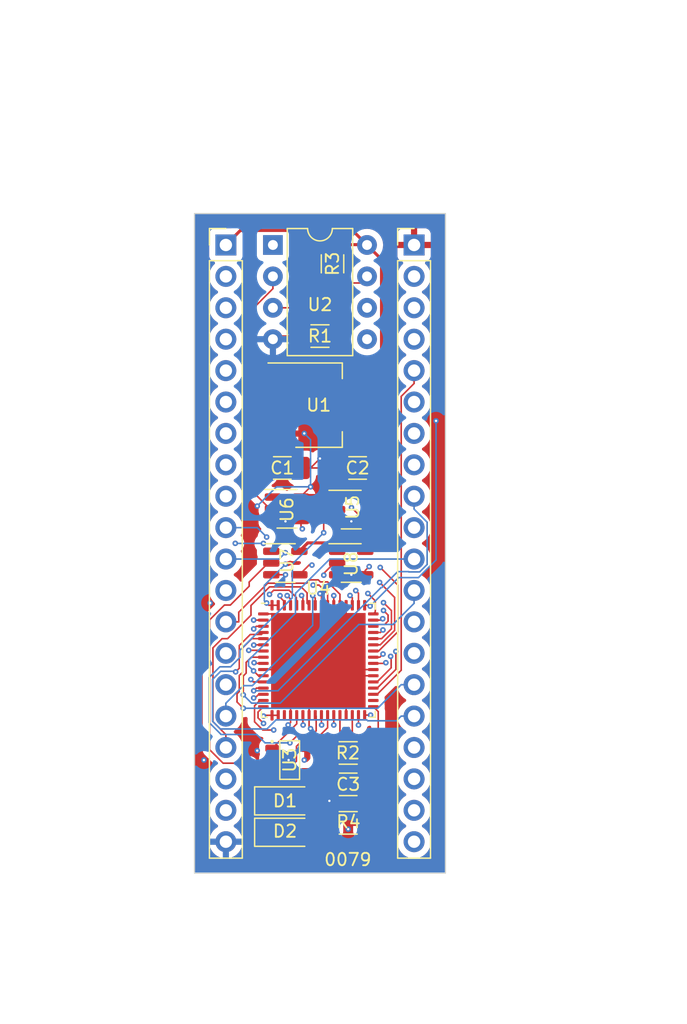
<source format=kicad_pcb>
(kicad_pcb (version 20221018) (generator pcbnew)
  (layers (0 "F.Cu" signal) (1 "In1.Cu" signal) (2 "In2.Cu" signal) (31 "B.Cu" signal) (34 "B.Paste" user) (35 "F.Paste" user) (36 "B.SilkS" user "B.Silkscreen") (37 "F.SilkS" user "F.Silkscreen") (38 "B.Mask" user) (39 "F.Mask" user) (44 "Edge.Cuts" user))
  (net 0 "")
  (net 1 "+5V")
  (net 2 "GND")
  (net 3 "+3V3")
  (net 4 "Net-(D1-K)")
  (net 5 "Net-(D1-A)")
  (net 6 "Net-(D2-K)")
  (net 7 "IO5")
  (net 8 "IO6")
  (net 9 "IO7")
  (net 10 "IO8")
  (net 11 "IO9")
  (net 12 "IO10")
  (net 13 "IO11")
  (net 14 "IO12")
  (net 15 "IO13")
  (net 16 "IO14")
  (net 17 "IO15")
  (net 18 "IO16")
  (net 19 "IO17")
  (net 20 "IO18")
  (net 21 "IO19")
  (net 22 "IO20")
  (net 23 "IO21")
  (net 24 "IO22")
  (net 25 "~{RSTD}")
  (net 26 "IO1")
  (net 27 "xclk")
  (net 28 "IO4")
  (net 29 "IO37")
  (net 30 "IO36")
  (net 31 "IO35")
  (net 32 "IO34")
  (net 33 "IO33")
  (net 34 "IO32")
  (net 35 "IO31")
  (net 36 "IO30")
  (net 37 "IO29")
  (net 38 "IO28")
  (net 39 "IO27")
  (net 40 "IO26")
  (net 41 "IO25")
  (net 42 "IO24")
  (net 43 "IO23")
  (net 44 "Net-(U2-~{WP}(D2))")
  (net 45 "Net-(U3-~{MR})")
  (net 46 "Net-(U2-~{HOLD}(D3))")
  (net 47 "FLASH_CSB")
  (net 48 "FLASH_SDO")
  (net 49 "FLASH_SDI")
  (net 50 "FLASH_CLK")
  (net 51 "~{POR}")
  (net 54 "Net-(U4-flash_csb)")
  (net 55 "Net-(U4-flash_clk)")
  (net 56 "Net-(U4-flash_io0)")
  (net 57 "Net-(U4-flash_io1)")
  (footprint "Package_DFN_QFN:QFN-64-1EP_9x9mm_P0.5mm_EP7.65x7.65mm" (layer "F.Cu") (at 128.646 105.47)
    (fp_text reference "U4")
    (fp_text value "Caravel" hide)
  )
  (footprint "Package_TO_SOT_SMD:SOT-23-5" (layer "F.Cu") (at 125.973 97.602)
    (fp_text reference "U7")
    (fp_text value "SN74LV1T34DCK" hide)
  )
  (footprint "Package_TO_SOT_SMD:SOT-23-5" (layer "F.Cu") (at 131.307 93.284)
    (fp_text reference "U5")
    (fp_text value "SN74LV1T34DCK" hide)
  )
  (footprint "Resistor_SMD:R_1206_3216Metric_Pad1.30x1.75mm_HandSolder" (layer "F.Cu") (at 128.778 79.248)
    (fp_text reference "R1")
    (fp_text value "1K" hide)
  )
  (footprint "Connector_PinHeader_2.54mm:PinHeader_1x20_P2.54mm_Vertical" (layer "F.Cu") (at 136.398 71.882)
    (fp_text reference "J2" hide)
    (fp_text value "Conn_01x20_Pin" hide)
  )
  (footprint "LED_SMD:LED_1206_3216Metric_Pad1.42x1.75mm_HandSolder" (layer "F.Cu") (at 125.9475 119.38)
    (fp_text reference "D2")
    (fp_text value "LED" hide)
  )
  (footprint "Capacitor_SMD:C_1206_3216Metric_Pad1.33x1.80mm_HandSolder" (layer "F.Cu") (at 125.73 89.916)
    (fp_text reference "C1")
    (fp_text value "100nF" hide)
  )
  (footprint "Resistor_SMD:R_1206_3216Metric_Pad1.30x1.75mm_HandSolder" (layer "F.Cu") (at 129.794 73.406 90)
    (fp_text reference "R3")
    (fp_text value "1K" hide)
  )
  (footprint "Package_TO_SOT_SMD:SOT-23-5" (layer "F.Cu") (at 131.307 97.602)
    (fp_text reference "U8")
    (fp_text value "SN74LV1T34DCK" hide)
  )
  (footprint "Caravel_Board:PoR_5_SOT23" (layer "F.Cu") (at 126.326 113.538)
    (fp_text reference "U3")
    (fp_text value "MCP1319MT-29LE-OT" hide)
  )
  (footprint "Package_TO_SOT_SMD:SOT-23-5" (layer "F.Cu") (at 126.1055 93.218)
    (fp_text reference "U6")
    (fp_text value "SN74LV1T34DCK" hide)
  )
  (footprint "Capacitor_SMD:C_1206_3216Metric_Pad1.33x1.80mm_HandSolder" (layer "F.Cu") (at 131.826 89.916 180)
    (fp_text reference "C2")
    (fp_text value "100nF" hide)
  )
  (footprint "Capacitor_SMD:C_1206_3216Metric_Pad1.33x1.80mm_HandSolder" (layer "F.Cu") (at 131.064 115.504)
    (fp_text reference "C3")
    (fp_text value "0.1µF" hide)
  )
  (footprint "Resistor_SMD:R_1206_3216Metric_Pad1.30x1.75mm_HandSolder" (layer "F.Cu") (at 131.064 118.618)
    (fp_text reference "R4")
    (fp_text value "1K" hide)
  )
  (footprint "Connector_PinHeader_2.54mm:PinHeader_1x20_P2.54mm_Vertical" (layer "F.Cu") (at 121.158 71.882)
    (fp_text reference "J1" hide)
    (fp_text value "Conn_01x20_Pin" hide)
  )
  (footprint "Resistor_SMD:R_1206_3216Metric_Pad1.30x1.75mm_HandSolder" (layer "F.Cu") (at 131.064 112.964)
    (fp_text reference "R2")
    (fp_text value "10K" hide)
  )
  (footprint "Package_TO_SOT_SMD:SOT-223-3_TabPin2" (layer "F.Cu") (at 128.676 84.836)
    (fp_text reference "U1")
    (fp_text value "AMS1117-3.3" hide)
  )
  (footprint "Package_DIP:DIP-8_W7.62mm" (layer "F.Cu") (at 124.968 71.882)
    (fp_text reference "U2")
    (fp_text value "W25Q32FVSS" hide)
  )
  (footprint "LED_SMD:LED_1206_3216Metric_Pad1.42x1.75mm_HandSolder" (layer "F.Cu") (at 125.9475 116.84)
    (fp_text reference "D1")
    (fp_text value "LED" hide)
  )
  (gr_rect (start 118.618 69.342) (end 138.938 122.682) (stroke (width 0.1)) (fill none) (layer "Edge.Cuts"))
  (gr_text "0079" (at 129.032 122.174) (layer "F.SilkS") (effects (font (size 1 1)) (justify left bottom)))
  (segment (start 132.396 101.02) (end 132.77 101.02) (width 0.127) (layer "F.Cu") (net 1))
  (segment (start 134.056 105.72) (end 134.112 105.664) (width 0.127) (layer "F.Cu") (net 1))
  (segment (start 131.572 118.618) (end 131.064 119.126) (width 0.127) (layer "F.Cu") (net 1))
  (segment (start 125.396 101.02) (end 124.896 101.02) (width 0.127) (layer "F.Cu") (net 1))
  (segment (start 132.614 112.964) (end 132.614 115.492) (width 0.127) (layer "F.Cu") (net 1))
  (segment (start 124.268 109.92) (end 124.206 109.982) (width 0.127) (layer "F.Cu") (net 1))
  (segment (start 132.77 101.02) (end 132.842 101.092) (width 0.127) (layer "F.Cu") (net 1))
  (segment (start 131.396 109.92) (end 131.396 111.746) (width 0.127) (layer "F.Cu") (net 1))
  (segment (start 127.243 92.213) (end 128.016 91.44) (width 0.127) (layer "F.Cu") (net 1))
  (segment (start 123.5 105.72) (end 123.444 105.664) (width 0.127) (layer "F.Cu") (net 1))
  (segment (start 124.168 88.4945) (end 125.526 87.136) (width 0.127) (layer "F.Cu") (net 1))
  (segment (start 127.751 112.588) (end 127.751 113.295) (width 0.127) (layer "F.Cu") (net 1))
  (segment (start 133.746 102.22) (end 133.858 102.108) (width 0.127) (layer "F.Cu") (net 1))
  (segment (start 133.096 105.72) (end 134.056 105.72) (width 0.127) (layer "F.Cu") (net 1))
  (segment (start 132.626 118.606) (end 132.614 118.618) (width 0.127) (layer "F.Cu") (net 1))
  (segment (start 132.626 115.504) (end 132.626 118.606) (width 0.127) (layer "F.Cu") (net 1))
  (segment (start 131.396 111.746) (end 132.614 112.964) (width 0.127) (layer "F.Cu") (net 1))
  (segment (start 127.494 87.136) (end 127.508 87.122) (width 0.127) (layer "F.Cu") (net 1))
  (segment (start 127.243 92.268) (end 127.243 92.213) (width 0.127) (layer "F.Cu") (net 1))
  (segment (start 125.396 109.92) (end 124.896 109.92) (width 0.127) (layer "F.Cu") (net 1))
  (segment (start 125.526 87.136) (end 127.494 87.136) (width 0.127) (layer "F.Cu") (net 1))
  (segment (start 124.196 105.72) (end 123.5 105.72) (width 0.127) (layer "F.Cu") (net 1))
  (segment (start 124.896 109.92) (end 124.268 109.92) (width 0.127) (layer "F.Cu") (net 1))
  (segment (start 124.896 101.02) (end 124.642 101.02) (width 0.127) (layer "F.Cu") (net 1))
  (segment (start 132.614 118.618) (end 131.572 118.618) (width 0.127) (layer "F.Cu") (net 1))
  (segment (start 133.096 102.22) (end 133.746 102.22) (width 0.127) (layer "F.Cu") (net 1))
  (segment (start 124.642 101.02) (end 124.46 100.838) (width 0.127) (layer "F.Cu") (net 1))
  (segment (start 127.751 113.295) (end 127.508 113.538) (width 0.127) (layer "F.Cu") (net 1))
  (segment (start 124.168 89.916) (end 124.168 88.4945) (width 0.127) (layer "F.Cu") (net 1))
  (segment (start 132.614 115.492) (end 132.626 115.504) (width 0.127) (layer "F.Cu") (net 1))
  (via (at 133.858 102.108) (size 0.45) (drill 0.19) (layers "F.Cu" "B.Cu") (net 1))
  (via (at 123.698 112.776) (size 0.45) (drill 0.19) (layers "F.Cu" "B.Cu") (net 1))
  (via (at 124.206 109.982) (size 0.45) (drill 0.19) (layers "F.Cu" "B.Cu") (net 1))
  (via (at 123.444 105.664) (size 0.45) (drill 0.19) (layers "F.Cu" "B.Cu") (net 1))
  (via (at 128.016 91.44) (size 0.45) (drill 0.19) (layers "F.Cu" "B.Cu") (net 1))
  (via (at 123.698 93.000203) (size 0.45) (drill 0.19) (layers "F.Cu" "B.Cu") (net 1))
  (via (at 138.176 86.106) (size 0.45) (drill 0.19) (layers "F.Cu" "B.Cu") (net 1))
  (via (at 125.984 97.6975) (size 0.45) (drill 0.19) (layers "F.Cu" "B.Cu") (net 1))
  (via (at 127.508 87.122) (size 0.45) (drill 0.19) (layers "F.Cu" "B.Cu") (net 1))
  (via (at 133.858 102.108) (size 0.45) (drill 0.19) (layers "F.Cu" "B.Cu") (net 1))
  (via (at 127.508 113.538) (size 0.45) (drill 0.19) (layers "F.Cu" "B.Cu") (net 1))
  (via (at 134.112 105.664) (size 0.45) (drill 0.19) (layers "F.Cu" "B.Cu") (net 1))
  (via (at 124.46 100.838) (size 0.45) (drill 0.19) (layers "F.Cu" "B.Cu") (net 1))
  (via (at 119.38 113.538) (size 0.45) (drill 0.19) (layers "F.Cu" "B.Cu") (net 1))
  (via (at 119.888 100.838) (size 0.45) (drill 0.19) (layers "F.Cu" "B.Cu") (net 1))
  (via (at 132.842 101.092) (size 0.45) (drill 0.19) (layers "F.Cu" "B.Cu") (net 1))
  (via (at 131.064 119.126) (size 0.45) (drill 0.19) (layers "F.Cu" "B.Cu") (net 1))
  (segment (start 124.2742 100.6522) (end 124.2742 99.4073) (width 0.127) (layer "B.Cu") (net 1))
  (segment (start 124.2742 99.4073) (end 125.984 97.6975) (width 0.127) (layer "B.Cu") (net 1))
  (segment (start 135.1525 98.7815) (end 136.75261 98.7815) (width 0.127) (layer "B.Cu") (net 1))
  (segment (start 125.258203 91.44) (end 128.016 91.44) (width 0.127) (layer "B.Cu") (net 1))
  (segment (start 128.016 87.63) (end 127.508 87.122) (width 0.127) (layer "B.Cu") (net 1))
  (segment (start 123.698 93.000203) (end 125.258203 91.44) (width 0.127) (layer "B.Cu") (net 1))
  (segment (start 136.75261 98.7815) (end 138.176 97.35811) (width 0.127) (layer "B.Cu") (net 1))
  (segment (start 132.842 101.092) (end 135.1525 98.7815) (width 0.127) (layer "B.Cu") (net 1))
  (segment (start 128.016 91.44) (end 128.016 87.63) (width 0.127) (layer "B.Cu") (net 1))
  (segment (start 138.176 97.35811) (end 138.176 86.106) (width 0.127) (layer "B.Cu") (net 1))
  (segment (start 124.46 100.838) (end 124.2742 100.6522) (width 0.127) (layer "B.Cu") (net 1))
  (segment (start 124.968 79.502) (end 124.968 81.978) (width 0.127) (layer "F.Cu") (net 2))
  (segment (start 124.968 94.168) (end 125.918 94.168) (width 0.127) (layer "F.Cu") (net 2))
  (segment (start 130.896 101.02) (end 130.896 103.22) (width 0.127) (layer "F.Cu") (net 2))
  (segment (start 124.196 101.72) (end 124.896 101.72) (width 0.127) (layer "F.Cu") (net 2))
  (segment (start 127.896 106.22) (end 128.646 105.47) (width 0.127) (layer "F.Cu") (net 2))
  (segment (start 124.836 98.552) (end 125.984 98.552) (width 0.127) (layer "F.Cu") (net 2))
  (segment (start 133.096 106.22) (end 129.396 106.22) (width 0.127) (layer "F.Cu") (net 2))
  (segment (start 127.896 109.92) (end 127.896 106.22) (width 0.127) (layer "F.Cu") (net 2))
  (segment (start 128.896 105.22) (end 128.646 105.47) (width 0.127) (layer "F.Cu") (net 2))
  (segment (start 127.2925 89.916) (end 128.016 89.916) (width 0.127) (layer "F.Cu") (net 2))
  (segment (start 128.896 100.194) (end 128.778 100.076) (width 0.127) (layer "F.Cu") (net 2))
  (segment (start 130.2635 89.916) (end 130.264 89.916) (width 0.127) (layer "F.Cu") (net 2))
  (segment (start 128.896 101.02) (end 128.896 105.22) (width 0.127) (layer "F.Cu") (net 2))
  (segment (start 127.896 110.878) (end 128.016 110.998) (width 0.127) (layer "F.Cu") (net 2))
  (segment (start 127.2925 89.916) (end 128.016 89.916) (width 0.127) (layer "F.Cu") (net 2))
  (segment (start 124.968 81.978) (end 125.526 82.536) (width 0.127) (layer "F.Cu") (net 2))
  (segment (start 126.396 107.72) (end 127.896 106.22) (width 0.127) (layer "F.Cu") (net 2))
  (segment (start 127.896 106.22) (end 128.646 105.47) (width 0.127) (layer "F.Cu") (net 2))
  (segment (start 129.502 116.802) (end 129.54 116.84) (width 0.127) (layer "F.Cu") (net 2))
  (segment (start 128.016 89.916) (end 130.2635 89.916) (width 0.127) (layer "F.Cu") (net 2))
  (segment (start 129.502 115.504) (end 129.502 116.802) (width 0.127) (layer "F.Cu") (net 2))
  (segment (start 130.896 107.72) (end 128.646 105.47) (width 0.127) (layer "F.Cu") (net 2))
  (segment (start 130.17 98.552) (end 131.318 98.552) (width 0.127) (layer "F.Cu") (net 2))
  (segment (start 125.222 79.248) (end 124.968 79.502) (width 0.127) (layer "F.Cu") (net 2))
  (segment (start 128.016 89.916) (end 128.778 89.154) (width 0.127) (layer "F.Cu") (net 2))
  (segment (start 129.896 106.72) (end 128.646 105.47) (width 0.127) (layer "F.Cu") (net 2))
  (segment (start 127.896 109.92) (end 127.896 110.878) (width 0.127) (layer "F.Cu") (net 2))
  (segment (start 124.901 113.538) (end 126.238 113.538) (width 0.127) (layer "F.Cu") (net 2))
  (segment (start 124.896 101.72) (end 128.646 105.47) (width 0.127) (layer "F.Cu") (net 2))
  (segment (start 130.896 103.22) (end 128.646 105.47) (width 0.127) (layer "F.Cu") (net 2))
  (segment (start 133.096 106.72) (end 129.896 106.72) (width 0.127) (layer "F.Cu") (net 2))
  (segment (start 128.896 101.02) (end 128.896 100.194) (width 0.127) (layer "F.Cu") (net 2))
  (segment (start 127.228 79.248) (end 125.222 79.248) (width 0.127) (layer "F.Cu") (net 2))
  (segment (start 125.918 94.168) (end 125.984 94.234) (width 0.127) (layer "F.Cu") (net 2))
  (segment (start 126.396 109.92) (end 126.396 107.72) (width 0.127) (layer "F.Cu") (net 2))
  (segment (start 130.17 94.234) (end 131.318 94.234) (width 0.127) (layer "F.Cu") (net 2))
  (segment (start 129.396 106.22) (end 128.646 105.47) (width 0.127) (layer "F.Cu") (net 2))
  (segment (start 130.896 109.92) (end 130.896 107.72) (width 0.127) (layer "F.Cu") (net 2))
  (segment (start 126.396 109.92) (end 126.396 110.505) (width 0.127) (layer "F.Cu") (net 2))
  (segment (start 124.196 106.22) (end 127.896 106.22) (width 0.127) (layer "F.Cu") (net 2))
  (segment (start 126.396 110.505) (end 126.198 110.704) (width 0.127) (layer "F.Cu") (net 2))
  (via (at 125.984 94.234) (size 0.45) (drill 0.19) (layers "F.Cu" "B.Cu") (net 2))
  (via (at 125.984 98.552) (size 0.45) (drill 0.19) (layers "F.Cu" "B.Cu") (net 2))
  (via (at 131.318 98.552) (size 0.45) (drill 0.19) (layers "F.Cu" "B.Cu") (net 2))
  (via (at 128.016 110.998) (size 0.45) (drill 0.19) (layers "F.Cu" "B.Cu") (net 2))
  (via (at 126.238 113.538) (size 0.45) (drill 0.19) (layers "F.Cu" "B.Cu") (net 2))
  (via (at 128.778 89.154) (size 0.45) (drill 0.19) (layers "F.Cu" "B.Cu") (net 2))
  (via (at 126.198 110.704) (size 0.45) (drill 0.19) (layers "F.Cu" "B.Cu") (net 2))
  (via (at 131.318 94.234) (size 0.45) (drill 0.19) (layers "F.Cu" "B.Cu") (net 2))
  (via (at 128.778 100.076) (size 0.45) (drill 0.19) (layers "F.Cu" "B.Cu") (net 2))
  (via (at 129.54 116.84) (size 0.45) (drill 0.19) (layers "F.Cu" "B.Cu") (net 2))
  (segment (start 132.444 96.652) (end 131.77 95.977) (width 0.25) (layer "F.Cu") (net 3))
  (segment (start 131.826 84.836) (end 131.826 88.3535) (width 0.25) (layer "F.Cu") (net 3))
  (segment (start 122.333 70.707) (end 131.413 70.707) (width 0.25) (layer "F.Cu") (net 3))
  (segment (start 121.158 71.882) (end 122.333 70.707) (width 0.25) (layer "F.Cu") (net 3))
  (segment (start 125.526 84.836) (end 131.826 84.836) (width 0.25) (layer "F.Cu") (net 3))
  (segment (start 133.763 82.899) (end 133.763 73.057) (width 0.25) (layer "F.Cu") (net 3))
  (segment (start 129.794 71.856) (end 132.562 71.856) (width 0.25) (layer "F.Cu") (net 3))
  (segment (start 131.826 88.3535) (end 133.388 89.916) (width 0.25) (layer "F.Cu") (net 3))
  (segment (start 127.786 95.977) (end 127.11 96.652) (width 0.25) (layer "F.Cu") (net 3))
  (segment (start 132.562 71.856) (end 132.588 71.882) (width 0.25) (layer "F.Cu") (net 3))
  (segment (start 131.77 95.977) (end 127.786 95.977) (width 0.25) (layer "F.Cu") (net 3))
  (segment (start 133.388 89.916) (end 133.388 91.39) (width 0.25) (layer "F.Cu") (net 3))
  (segment (start 133.482 93.3715) (end 133.482 95.6145) (width 0.25) (layer "F.Cu") (net 3))
  (segment (start 132.444 92.334) (end 133.482 93.3715) (width 0.25) (layer "F.Cu") (net 3))
  (segment (start 133.482 95.6145) (end 132.444 96.652) (width 0.25) (layer "F.Cu") (net 3))
  (segment (start 133.763 73.057) (end 132.588 71.882) (width 0.25) (layer "F.Cu") (net 3))
  (segment (start 131.413 70.707) (end 132.588 71.882) (width 0.25) (layer "F.Cu") (net 3))
  (segment (start 131.826 84.836) (end 133.763 82.899) (width 0.25) (layer "F.Cu") (net 3))
  (segment (start 133.388 91.39) (end 132.444 92.334) (width 0.25) (layer "F.Cu") (net 3))
  (segment (start 133.494 109.618) (end 133.494 119.3936) (width 0.127) (layer "F.Cu") (net 4))
  (segment (start 132.4183 120.4693) (end 123.7866 120.4693) (width 0.127) (layer "F.Cu") (net 4))
  (segment (start 123.5422 120.2249) (end 123.5422 117.7578) (width 0.127) (layer "F.Cu") (net 4))
  (segment (start 133.096 109.22) (end 133.494 109.618) (width 0.127) (layer "F.Cu") (net 4))
  (segment (start 133.494 119.3936) (end 132.4183 120.4693) (width 0.127) (layer "F.Cu") (net 4))
  (segment (start 123.5422 117.7578) (end 124.46 116.84) (width 0.127) (layer "F.Cu") (net 4))
  (segment (start 123.7866 120.4693) (end 123.5422 120.2249) (width 0.127) (layer "F.Cu") (net 4))
  (segment (start 127.435 116.84) (end 127.435 119.38) (width 0.127) (layer "F.Cu") (net 5))
  (segment (start 128.752 119.38) (end 129.514 118.618) (width 0.127) (layer "F.Cu") (net 5))
  (segment (start 127.435 119.38) (end 128.752 119.38) (width 0.127) (layer "F.Cu") (net 5))
  (segment (start 129.1404 114.1315) (end 128.6456 114.6263) (width 0.127) (layer "F.Cu") (net 6))
  (segment (start 130.396 109.92) (end 130.396 113.7444) (width 0.127) (layer "F.Cu") (net 6))
  (segment (start 128.6456 114.715) (end 128.1205 115.2401) (width 0.127) (layer "F.Cu") (net 6))
  (segment (start 128.1205 115.2401) (end 127.3065 115.2401) (width 0.127) (layer "F.Cu") (net 6))
  (segment (start 125.9331 117.9069) (end 124.46 119.38) (width 0.127) (layer "F.Cu") (net 6))
  (segment (start 125.9331 116.6135) (end 125.9331 117.9069) (width 0.127) (layer "F.Cu") (net 6))
  (segment (start 128.6456 114.6263) (end 128.6456 114.715) (width 0.127) (layer "F.Cu") (net 6))
  (segment (start 127.3065 115.2401) (end 125.9331 116.6135) (width 0.127) (layer "F.Cu") (net 6))
  (segment (start 130.0089 114.1315) (end 129.1404 114.1315) (width 0.127) (layer "F.Cu") (net 6))
  (segment (start 130.396 113.7444) (end 130.0089 114.1315) (width 0.127) (layer "F.Cu") (net 6))
  (segment (start 134.9219 106.2087) (end 133.4106 107.72) (width 0.127) (layer "F.Cu") (net 7))
  (segment (start 134.9219 104.7529) (end 134.9219 106.2087) (width 0.127) (layer "F.Cu") (net 7))
  (segment (start 133.4106 107.72) (end 133.096 107.72) (width 0.127) (layer "F.Cu") (net 7))
  (via (at 134.9219 104.7529) (size 0.45) (drill 0.19) (layers "F.Cu" "B.Cu") (net 7))
  (segment (start 134.5 105.1503) (end 134.5419 105.1922) (width 0.127) (layer "F.Cu") (net 8))
  (segment (start 134.5419 106.079) (end 133.4009 107.22) (width 0.127) (layer "F.Cu") (net 8))
  (segment (start 134.5419 105.1922) (end 134.5419 106.079) (width 0.127) (layer "F.Cu") (net 8))
  (segment (start 133.4009 107.22) (end 133.096 107.22) (width 0.127) (layer "F.Cu") (net 8))
  (via (at 134.5 105.1503) (size 0.45) (drill 0.19) (layers "F.Cu" "B.Cu") (net 8))
  (segment (start 133.6255 105.22) (end 133.096 105.22) (width 0.127) (layer "F.Cu") (net 9))
  (segment (start 133.8827 104.9628) (end 133.6255 105.22) (width 0.127) (layer "F.Cu") (net 9))
  (via (at 133.8827 104.9628) (size 0.45) (drill 0.19) (layers "F.Cu" "B.Cu") (net 9))
  (segment (start 133.656 97.9603) (end 135.0812 99.3855) (width 0.127) (layer "F.Cu") (net 10))
  (segment (start 135.0812 103.1661) (end 133.5273 104.72) (width 0.127) (layer "F.Cu") (net 10))
  (segment (start 135.0812 99.3855) (end 135.0812 103.1661) (width 0.127) (layer "F.Cu") (net 10))
  (segment (start 133.5273 104.72) (end 133.096 104.72) (width 0.127) (layer "F.Cu") (net 10))
  (via (at 133.656 97.9603) (size 0.45) (drill 0.19) (layers "F.Cu" "B.Cu") (net 10))
  (segment (start 134.8216 100.385) (end 133.6088 99.1722) (width 0.127) (layer "F.Cu") (net 11))
  (segment (start 133.096 104.22) (end 133.6556 104.22) (width 0.127) (layer "F.Cu") (net 11))
  (segment (start 134.8216 103.054) (end 134.8216 100.385) (width 0.127) (layer "F.Cu") (net 11))
  (segment (start 133.6556 104.22) (end 134.8216 103.054) (width 0.127) (layer "F.Cu") (net 11))
  (via (at 133.6088 99.1722) (size 0.45) (drill 0.19) (layers "F.Cu" "B.Cu") (net 11))
  (segment (start 133.7656 103.72) (end 134.5657 102.9199) (width 0.127) (layer "F.Cu") (net 12))
  (segment (start 134.5657 101.4526) (end 133.9197 100.8066) (width 0.127) (layer "F.Cu") (net 12))
  (segment (start 134.5657 102.9199) (end 134.5657 101.4526) (width 0.127) (layer "F.Cu") (net 12))
  (segment (start 133.096 103.72) (end 133.7656 103.72) (width 0.127) (layer "F.Cu") (net 12))
  (via (at 133.9197 100.8066) (size 0.45) (drill 0.19) (layers "F.Cu" "B.Cu") (net 12))
  (segment (start 133.6744 103.22) (end 133.8766 103.0178) (width 0.127) (layer "F.Cu") (net 13))
  (segment (start 133.096 103.22) (end 133.6744 103.22) (width 0.127) (layer "F.Cu") (net 13))
  (via (at 124.194896 96.016495) (size 0.45) (drill 0.19) (layers "F.Cu" "B.Cu") (net 13))
  (via (at 121.92 96.012) (size 0.45) (drill 0.19) (layers "F.Cu" "B.Cu") (net 13))
  (via (at 133.8766 103.0178) (size 0.45) (drill 0.19) (layers "F.Cu" "B.Cu") (net 13))
  (segment (start 121.924495 96.016495) (end 121.92 96.012) (width 0.127) (layer "B.Cu") (net 13))
  (segment (start 124.194896 96.016495) (end 121.924495 96.016495) (width 0.127) (layer "B.Cu") (net 13))
  (segment (start 134.2919 102.2994) (end 134.2919 101.8119) (width 0.127) (layer "F.Cu") (net 14))
  (segment (start 133.096 102.72) (end 133.245 102.571) (width 0.127) (layer "F.Cu") (net 14))
  (segment (start 134.2919 101.8119) (end 133.9197 101.4397) (width 0.127) (layer "F.Cu") (net 14))
  (segment (start 133.245 102.571) (end 134.0203 102.571) (width 0.127) (layer "F.Cu") (net 14))
  (segment (start 134.0203 102.571) (end 134.2919 102.2994) (width 0.127) (layer "F.Cu") (net 14))
  (via (at 133.9197 101.4397) (size 0.45) (drill 0.19) (layers "F.Cu" "B.Cu") (net 14))
  (segment (start 133.096 101.72) (end 133.2594 101.5566) (width 0.127) (layer "F.Cu") (net 15))
  (segment (start 133.2594 100.6679) (end 132.6572 100.0657) (width 0.127) (layer "F.Cu") (net 15))
  (segment (start 133.2594 101.5566) (end 133.2594 100.6679) (width 0.127) (layer "F.Cu") (net 15))
  (via (at 132.6572 100.0657) (size 0.45) (drill 0.19) (layers "F.Cu" "B.Cu") (net 15))
  (via (at 124.46 95.504) (size 0.45) (drill 0.19) (layers "F.Cu" "B.Cu") (net 15))
  (segment (start 123.698 94.742) (end 124.46 95.504) (width 0.127) (layer "B.Cu") (net 15))
  (segment (start 121.158 94.742) (end 123.698 94.742) (width 0.127) (layer "B.Cu") (net 15))
  (segment (start 131.896 100.0522) (end 131.896 101.02) (width 0.127) (layer "F.Cu") (net 16))
  (segment (start 131.6754 99.8316) (end 131.896 100.0522) (width 0.127) (layer "F.Cu") (net 16))
  (via (at 131.6754 99.8316) (size 0.45) (drill 0.19) (layers "F.Cu" "B.Cu") (net 16))
  (via (at 125.973001 96.773171) (size 0.45) (drill 0.19) (layers "F.Cu" "B.Cu") (net 16))
  (segment (start 125.464172 97.282) (end 125.973001 96.773171) (width 0.127) (layer "B.Cu") (net 16))
  (segment (start 121.158 97.282) (end 125.464172 97.282) (width 0.127) (layer "B.Cu") (net 16))
  (segment (start 131.396 101.02) (end 131.396 100.413) (width 0.127) (layer "F.Cu") (net 17))
  (segment (start 131.396 100.413) (end 131.2106 100.2276) (width 0.127) (layer "F.Cu") (net 17))
  (via (at 131.2106 100.2276) (size 0.45) (drill 0.19) (layers "F.Cu" "B.Cu") (net 17))
  (segment (start 127.9713 98.9649) (end 127.7004 99.2358) (width 0.127) (layer "F.Cu") (net 18))
  (segment (start 128.6428 98.9649) (end 127.9713 98.9649) (width 0.127) (layer "F.Cu") (net 18))
  (segment (start 130.396 100.1315) (end 129.3945 99.13) (width 0.127) (layer "F.Cu") (net 18))
  (segment (start 129.3945 99.13) (end 128.8079 99.13) (width 0.127) (layer "F.Cu") (net 18))
  (segment (start 127.7004 99.2358) (end 124.5448 99.2358) (width 0.127) (layer "F.Cu") (net 18))
  (segment (start 124.5448 99.2358) (end 122.2004 101.5802) (width 0.127) (layer "F.Cu") (net 18))
  (segment (start 128.8079 99.13) (end 128.6428 98.9649) (width 0.127) (layer "F.Cu") (net 18))
  (segment (start 122.2004 101.5802) (end 122.2004 102.362) (width 0.127) (layer "F.Cu") (net 18))
  (segment (start 130.396 101.02) (end 130.396 100.1315) (width 0.127) (layer "F.Cu") (net 18))
  (segment (start 121.158 102.362) (end 122.2004 102.362) (width 0.127) (layer "F.Cu") (net 18))
  (segment (start 129.896 100.2377) (end 129.896 101.02) (width 0.127) (layer "F.Cu") (net 19))
  (via (at 129.896 100.2377) (size 0.45) (drill 0.19) (layers "F.Cu" "B.Cu") (net 19))
  (segment (start 128.7058 99.3876) (end 129.396 100.0778) (width 0.127) (layer "F.Cu") (net 20))
  (segment (start 128.2228 99.3876) (end 128.7058 99.3876) (width 0.127) (layer "F.Cu") (net 20))
  (segment (start 129.396 100.0778) (end 129.396 101.02) (width 0.127) (layer "F.Cu") (net 20))
  (via (at 128.2228 99.3876) (size 0.45) (drill 0.19) (layers "F.Cu" "B.Cu") (net 20))
  (segment (start 128.396 101.02) (end 128.396 100.4402) (width 0.127) (layer "F.Cu") (net 21))
  (segment (start 128.396 100.4402) (end 128.1893 100.2335) (width 0.127) (layer "F.Cu") (net 21))
  (via (at 128.1893 100.2335) (size 0.45) (drill 0.19) (layers "F.Cu" "B.Cu") (net 21))
  (segment (start 128.1893 100.2335) (end 128.1893 102.6366) (width 0.127) (layer "B.Cu") (net 21))
  (segment (start 122.578 107.5196) (end 121.158 108.9396) (width 0.127) (layer "B.Cu") (net 21))
  (segment (start 128.1893 102.6366) (end 123.3063 107.5196) (width 0.127) (layer "B.Cu") (net 21))
  (segment (start 123.3063 107.5196) (end 122.578 107.5196) (width 0.127) (layer "B.Cu") (net 21))
  (segment (start 121.158 109.982) (end 121.158 108.9396) (width 0.127) (layer "B.Cu") (net 21))
  (segment (start 121.158 112.522) (end 121.158 111.4796) (width 0.127) (layer "F.Cu") (net 22))
  (segment (start 123.1923 101.0376) (end 123.1923 101.8232) (width 0.127) (layer "F.Cu") (net 22))
  (segment (start 127.2517 99.5337) (end 124.6962 99.5337) (width 0.127) (layer "F.Cu") (net 22))
  (segment (start 127.7356 100.8596) (end 127.7356 100.0176) (width 0.127) (layer "F.Cu") (net 22))
  (segment (start 127.896 101.02) (end 127.7356 100.8596) (width 0.127) (layer "F.Cu") (net 22))
  (segment (start 127.7356 100.0176) (end 127.2517 99.5337) (width 0.127) (layer "F.Cu") (net 22))
  (segment (start 120.8519 103.722) (end 120.1108 104.4631) (width 0.127) (layer "F.Cu") (net 22))
  (segment (start 123.1923 101.8232) (end 121.2935 103.722) (width 0.127) (layer "F.Cu") (net 22))
  (segment (start 120.1108 104.4631) (end 120.1108 110.4324) (width 0.127) (layer "F.Cu") (net 22))
  (segment (start 121.2935 103.722) (end 120.8519 103.722) (width 0.127) (layer "F.Cu") (net 22))
  (segment (start 124.6962 99.5337) (end 123.1923 101.0376) (width 0.127) (layer "F.Cu") (net 22))
  (segment (start 120.1108 110.4324) (end 121.158 111.4796) (width 0.127) (layer "F.Cu") (net 22))
  (segment (start 127.396 100.3361) (end 127.2888 100.2289) (width 0.127) (layer "F.Cu") (net 23))
  (segment (start 127.396 101.02) (end 127.396 100.3361) (width 0.127) (layer "F.Cu") (net 23))
  (via (at 127.2888 100.2289) (size 0.45) (drill 0.19) (layers "F.Cu" "B.Cu") (net 23))
  (segment (start 124.6897 100.1428) (end 125.0258 99.8067) (width 0.127) (layer "F.Cu") (net 24))
  (segment (start 126.2786 99.8067) (end 126.8661 100.3942) (width 0.127) (layer "F.Cu") (net 24))
  (segment (start 126.8661 100.3942) (end 126.8661 100.9901) (width 0.127) (layer "F.Cu") (net 24))
  (segment (start 125.0258 99.8067) (end 126.2786 99.8067) (width 0.127) (layer "F.Cu") (net 24))
  (segment (start 126.8661 100.9901) (end 126.896 101.02) (width 0.127) (layer "F.Cu") (net 24))
  (via (at 124.6897 100.1428) (size 0.45) (drill 0.19) (layers "F.Cu" "B.Cu") (net 24))
  (segment (start 131.896 110.7102) (end 131.896 109.92) (width 0.127) (layer "F.Cu") (net 25))
  (via (at 131.896 110.7102) (size 0.45) (drill 0.19) (layers "F.Cu" "B.Cu") (net 25))
  (segment (start 132.396 109.92) (end 132.4148 109.9012) (width 0.127) (layer "F.Cu") (net 26))
  (segment (start 132.4148 109.9012) (end 132.8775 109.9012) (width 0.127) (layer "F.Cu") (net 26))
  (via (at 132.8775 109.9012) (size 0.45) (drill 0.19) (layers "F.Cu" "B.Cu") (net 26))
  (segment (start 127.396 109.92) (end 127.396 110.6868) (width 0.127) (layer "F.Cu") (net 27))
  (segment (start 127.396 110.6868) (end 127.4137 110.7045) (width 0.127) (layer "F.Cu") (net 27))
  (via (at 127.4137 110.7045) (size 0.45) (drill 0.19) (layers "F.Cu" "B.Cu") (net 27))
  (segment (start 135.3556 84.1268) (end 135.3556 106.2759) (width 0.127) (layer "F.Cu") (net 28))
  (segment (start 135.3556 106.2759) (end 133.4115 108.22) (width 0.127) (layer "F.Cu") (net 28))
  (segment (start 136.398 82.042) (end 136.398 83.0844) (width 0.127) (layer "F.Cu") (net 28))
  (segment (start 136.398 83.0844) (end 135.3556 84.1268) (width 0.127) (layer "F.Cu") (net 28))
  (segment (start 133.4115 108.22) (end 133.096 108.22) (width 0.127) (layer "F.Cu") (net 28))
  (segment (start 123.7636 110.1298) (end 124.2081 110.5743) (width 0.127) (layer "F.Cu") (net 29))
  (segment (start 124.196 109.22) (end 123.7636 109.6524) (width 0.127) (layer "F.Cu") (net 29))
  (segment (start 123.7636 109.6524) (end 123.7636 110.1298) (width 0.127) (layer "F.Cu") (net 29))
  (via (at 124.2081 110.5743) (size 0.45) (drill 0.19) (layers "F.Cu" "B.Cu") (net 29))
  (segment (start 124.1487 111.1092) (end 125.0318 111.1092) (width 0.127) (layer "F.Cu") (net 30))
  (segment (start 123.4811 110.4416) (end 124.1487 111.1092) (width 0.127) (layer "F.Cu") (net 30))
  (segment (start 123.4811 109.149) (end 123.4811 110.4416) (width 0.127) (layer "F.Cu") (net 30))
  (segment (start 123.9101 108.72) (end 123.4811 109.149) (width 0.127) (layer "F.Cu") (net 30))
  (segment (start 124.196 108.72) (end 123.9101 108.72) (width 0.127) (layer "F.Cu") (net 30))
  (via (at 125.0318 111.1092) (size 0.45) (drill 0.19) (layers "F.Cu" "B.Cu") (net 30))
  (segment (start 123.8181 108.22) (end 123.5221 108.516) (width 0.127) (layer "F.Cu") (net 31))
  (segment (start 123.5221 108.516) (end 123.41 108.516) (width 0.127) (layer "F.Cu") (net 31))
  (segment (start 124.196 108.22) (end 123.8181 108.22) (width 0.127) (layer "F.Cu") (net 31))
  (via (at 123.41 108.516) (size 0.45) (drill 0.19) (layers "F.Cu" "B.Cu") (net 31))
  (segment (start 123.632 107.72) (end 123.415 107.937) (width 0.127) (layer "F.Cu") (net 32))
  (segment (start 124.196 107.72) (end 123.632 107.72) (width 0.127) (layer "F.Cu") (net 32))
  (via (at 123.415 107.937) (size 0.45) (drill 0.19) (layers "F.Cu" "B.Cu") (net 32))
  (segment (start 135.96701 98.3225) (end 135.94251 98.298) (width 0.127) (layer "B.Cu") (net 32))
  (segment (start 133.7817 99.5896) (end 133.724 99.5896) (width 0.127) (layer "B.Cu") (net 32))
  (segment (start 135.94251 98.298) (end 135.0733 98.298) (width 0.127) (layer "B.Cu") (net 32))
  (segment (start 136.398 92.202) (end 136.398 93.2444) (width 0.127) (layer "B.Cu") (net 32))
  (segment (start 133.724 99.5896) (end 125.3766 107.937) (width 0.127) (layer "B.Cu") (net 32))
  (segment (start 135.0733 98.298) (end 133.7817 99.5896) (width 0.127) (layer "B.Cu") (net 32))
  (segment (start 137.4558 94.3022) (end 137.4558 97.7191) (width 0.127) (layer "B.Cu") (net 32))
  (segment (start 136.8524 98.3225) (end 135.96701 98.3225) (width 0.127) (layer "B.Cu") (net 32))
  (segment (start 125.3766 107.937) (end 123.415 107.937) (width 0.127) (layer "B.Cu") (net 32))
  (segment (start 137.4558 97.7191) (end 136.8524 98.3225) (width 0.127) (layer "B.Cu") (net 32))
  (segment (start 136.398 93.2444) (end 137.4558 94.3022) (width 0.127) (layer "B.Cu") (net 32))
  (segment (start 123.3768 107.22) (end 123.1801 107.0233) (width 0.127) (layer "F.Cu") (net 33))
  (segment (start 124.196 107.22) (end 123.3768 107.22) (width 0.127) (layer "F.Cu") (net 33))
  (via (at 123.1801 107.0233) (size 0.45) (drill 0.19) (layers "F.Cu" "B.Cu") (net 33))
  (segment (start 123.7948 106.72) (end 123.4029 106.3281) (width 0.127) (layer "F.Cu") (net 34))
  (segment (start 124.196 106.72) (end 123.7948 106.72) (width 0.127) (layer "F.Cu") (net 34))
  (via (at 123.4029 106.3281) (size 0.45) (drill 0.19) (layers "F.Cu" "B.Cu") (net 34))
  (segment (start 123.4029 106.3281) (end 122.9955 105.9207) (width 0.127) (layer "B.Cu") (net 34))
  (segment (start 122.9955 105.4674) (end 126.7955 101.6674) (width 0.127) (layer "B.Cu") (net 34))
  (segment (start 126.7955 100.0605) (end 129.574 97.282) (width 0.127) (layer "B.Cu") (net 34))
  (segment (start 122.9955 105.9207) (end 122.9955 105.4674) (width 0.127) (layer "B.Cu") (net 34))
  (segment (start 126.7955 101.6674) (end 126.7955 100.0605) (width 0.127) (layer "B.Cu") (net 34))
  (segment (start 136.398 97.282) (end 135.3556 97.282) (width 0.127) (layer "B.Cu") (net 34))
  (segment (start 129.574 97.282) (end 135.3556 97.282) (width 0.127) (layer "B.Cu") (net 34))
  (segment (start 123.2203 105.22) (end 124.196 105.22) (width 0.127) (layer "F.Cu") (net 35))
  (segment (start 122.8021 106.505) (end 122.8021 105.6382) (width 0.127) (layer "F.Cu") (net 35))
  (segment (start 122.8021 105.6382) (end 123.2203 105.22) (width 0.127) (layer "F.Cu") (net 35))
  (segment (start 122.5678 106.7393) (end 122.8021 106.505) (width 0.127) (layer "F.Cu") (net 35))
  (segment (start 122.5678 108.2656) (end 122.5678 106.7393) (width 0.127) (layer "F.Cu") (net 35))
  (via (at 122.5678 108.2656) (size 0.45) (drill 0.19) (layers "F.Cu" "B.Cu") (net 35))
  (segment (start 125.5648 108.9347) (end 123.2369 108.9347) (width 0.127) (layer "B.Cu") (net 35))
  (segment (start 136.398 99.822) (end 136.398 100.8644) (width 0.127) (layer "B.Cu") (net 35))
  (segment (start 134.6902 102.5722) (end 131.9273 102.5722) (width 0.127) (layer "B.Cu") (net 35))
  (segment (start 136.398 100.8644) (end 134.6902 102.5722) (width 0.127) (layer "B.Cu") (net 35))
  (segment (start 123.2369 108.9347) (end 122.5678 108.2656) (width 0.127) (layer "B.Cu") (net 35))
  (segment (start 131.9273 102.5722) (end 125.5648 108.9347) (width 0.127) (layer "B.Cu") (net 35))
  (segment (start 124.14 104.664) (end 123.0122 104.664) (width 0.127) (layer "F.Cu") (net 36))
  (segment (start 124.196 104.72) (end 124.14 104.664) (width 0.127) (layer "F.Cu") (net 36))
  (via (at 123.0122 104.664) (size 0.45) (drill 0.19) (layers "F.Cu" "B.Cu") (net 36))
  (segment (start 123.435 104.22) (end 123.4162 104.2388) (width 0.127) (layer "F.Cu") (net 37))
  (segment (start 124.196 104.22) (end 123.435 104.22) (width 0.127) (layer "F.Cu") (net 37))
  (via (at 123.4162 104.2388) (size 0.45) (drill 0.19) (layers "F.Cu" "B.Cu") (net 37))
  (segment (start 122.5016 106.4436) (end 122.5016 104.4763) (width 0.127) (layer "F.Cu") (net 38))
  (segment (start 122.2443 107.9989) (end 122.2443 106.7009) (width 0.127) (layer "F.Cu") (net 38))
  (segment (start 123.2579 103.72) (end 124.196 103.72) (width 0.127) (layer "F.Cu") (net 38))
  (segment (start 122.5696 109.3494) (end 122.0625 108.8423) (width 0.127) (layer "F.Cu") (net 38))
  (segment (start 122.2443 106.7009) (end 122.5016 106.4436) (width 0.127) (layer "F.Cu") (net 38))
  (segment (start 122.0625 108.8423) (end 122.0625 108.1807) (width 0.127) (layer "F.Cu") (net 38))
  (segment (start 122.5016 104.4763) (end 123.2579 103.72) (width 0.127) (layer "F.Cu") (net 38))
  (segment (start 122.0625 108.1807) (end 122.2443 107.9989) (width 0.127) (layer "F.Cu") (net 38))
  (via (at 122.5696 109.3494) (size 0.45) (drill 0.19) (layers "F.Cu" "B.Cu") (net 38))
  (segment (start 136.398 107.442) (end 135.3556 107.442) (width 0.127) (layer "B.Cu") (net 38))
  (segment (start 133.4482 109.3494) (end 122.5696 109.3494) (width 0.127) (layer "B.Cu") (net 38))
  (segment (start 135.3556 107.442) (end 133.4482 109.3494) (width 0.127) (layer "B.Cu") (net 38))
  (segment (start 123.1377 103.3827) (end 122.2457 104.2747) (width 0.127) (layer "F.Cu") (net 39))
  (segment (start 124.196 103.22) (end 124.0333 103.3827) (width 0.127) (layer "F.Cu") (net 39))
  (segment (start 122.2457 106.1092) (end 121.95 106.4049) (width 0.127) (layer "F.Cu") (net 39))
  (segment (start 122.2457 104.2747) (end 122.2457 106.1092) (width 0.127) (layer "F.Cu") (net 39))
  (segment (start 124.0333 103.3827) (end 123.1377 103.3827) (width 0.127) (layer "F.Cu") (net 39))
  (via (at 121.95 106.4049) (size 0.45) (drill 0.19) (layers "F.Cu" "B.Cu") (net 39))
  (segment (start 132.5648 110.2863) (end 125.2252 110.2863) (width 0.127) (layer "B.Cu") (net 39))
  (segment (start 134.9752 110.3624) (end 132.6409 110.3624) (width 0.127) (layer "B.Cu") (net 39))
  (segment (start 135.3556 109.982) (end 134.9752 110.3624) (width 0.127) (layer "B.Cu") (net 39))
  (segment (start 120.74 106.3587) (end 121.9038 106.3587) (width 0.127) (layer "B.Cu") (net 39))
  (segment (start 136.398 109.982) (end 135.3556 109.982) (width 0.127) (layer "B.Cu") (net 39))
  (segment (start 120.713 111.0244) (end 120.0783 110.3897) (width 0.127) (layer "B.Cu") (net 39))
  (segment (start 132.6409 110.3624) (end 132.5648 110.2863) (width 0.127) (layer "B.Cu") (net 39))
  (segment (start 125.2252 110.2863) (end 124.4871 111.0244) (width 0.127) (layer "B.Cu") (net 39))
  (segment (start 124.4871 111.0244) (end 120.713 111.0244) (width 0.127) (layer "B.Cu") (net 39))
  (segment (start 120.0783 107.0204) (end 120.74 106.3587) (width 0.127) (layer "B.Cu") (net 39))
  (segment (start 121.9038 106.3587) (end 121.95 106.4049) (width 0.127) (layer "B.Cu") (net 39))
  (segment (start 120.0783 110.3897) (end 120.0783 107.0204) (width 0.127) (layer "B.Cu") (net 39))
  (segment (start 123.4127 102.9338) (end 123.6265 102.72) (width 0.127) (layer "F.Cu") (net 40))
  (segment (start 123.6265 102.72) (end 124.196 102.72) (width 0.127) (layer "F.Cu") (net 40))
  (via (at 123.4127 102.9338) (size 0.45) (drill 0.19) (layers "F.Cu" "B.Cu") (net 40))
  (segment (start 124.196 102.22) (end 123.407 102.22) (width 0.127) (layer "F.Cu") (net 41))
  (via (at 123.407 102.22) (size 0.45) (drill 0.19) (layers "F.Cu" "B.Cu") (net 41))
  (segment (start 125.896 101.02) (end 125.896 100.725) (width 0.127) (layer "F.Cu") (net 42))
  (segment (start 125.5427 100.3717) (end 125.5427 100.2395) (width 0.127) (layer "F.Cu") (net 42))
  (segment (start 125.896 100.725) (end 125.5427 100.3717) (width 0.127) (layer "F.Cu") (net 42))
  (via (at 125.5427 100.2395) (size 0.45) (drill 0.19) (layers "F.Cu" "B.Cu") (net 42))
  (segment (start 126.396 100.5146) (end 126.1217 100.2403) (width 0.127) (layer "F.Cu") (net 43))
  (segment (start 126.396 101.02) (end 126.396 100.5146) (width 0.127) (layer "F.Cu") (net 43))
  (via (at 126.1217 100.2403) (size 0.45) (drill 0.19) (layers "F.Cu" "B.Cu") (net 43))
  (segment (start 124.968 76.962) (end 128.042 76.962) (width 0.127) (layer "F.Cu") (net 44))
  (segment (start 128.042 76.962) (end 130.328 79.248) (width 0.127) (layer "F.Cu") (net 44))
  (segment (start 129.275 112.964) (end 129.514 112.964) (width 0.127) (layer "F.Cu") (net 45))
  (segment (start 127.751 114.488) (end 129.275 112.964) (width 0.127) (layer "F.Cu") (net 45))
  (segment (start 129.794 74.956) (end 132.054 74.956) (width 0.127) (layer "F.Cu") (net 46))
  (segment (start 132.054 74.956) (end 132.588 74.422) (width 0.127) (layer "F.Cu") (net 46))
  (segment (start 132.4445 94.234) (end 131.3297 93.1192) (width 0.127) (layer "F.Cu") (net 47))
  (via (at 131.3297 93.1192) (size 0.45) (drill 0.19) (layers "F.Cu" "B.Cu") (net 47))
  (segment (start 123.3079 77.0745) (end 123.3079 91.8047) (width 0.127) (layer "F.Cu") (net 48))
  (segment (start 124.7212 93.218) (end 124.968 93.218) (width 0.127) (layer "F.Cu") (net 48))
  (segment (start 123.3079 91.8047) (end 124.7212 93.218) (width 0.127) (layer "F.Cu") (net 48))
  (segment (start 124.968 74.422) (end 124.968 75.4144) (width 0.127) (layer "F.Cu") (net 48))
  (segment (start 124.968 75.4144) (end 123.3079 77.0745) (width 0.127) (layer "F.Cu") (net 48))
  (segment (start 127.8932 97.7693) (end 128.1267 97.7693) (width 0.127) (layer "F.Cu") (net 49))
  (segment (start 127.1105 98.552) (end 127.8932 97.7693) (width 0.127) (layer "F.Cu") (net 49))
  (via (at 128.1267 97.7693) (size 0.45) (drill 0.19) (layers "F.Cu" "B.Cu") (net 49))
  (segment (start 132.4445 98.2082) (end 132.4445 98.552) (width 0.127) (layer "F.Cu") (net 50))
  (segment (start 132.7624 97.8903) (end 132.4445 98.2082) (width 0.127) (layer "F.Cu") (net 50))
  (via (at 132.7624 97.8903) (size 0.45) (drill 0.19) (layers "F.Cu" "B.Cu") (net 50))
  (segment (start 126.896 110.6078) (end 124.9158 112.588) (width 0.127) (layer "F.Cu") (net 51))
  (segment (start 124.9158 112.588) (end 124.901 112.588) (width 0.127) (layer "F.Cu") (net 51))
  (segment (start 126.896 109.92) (end 126.896 110.6078) (width 0.127) (layer "F.Cu") (net 51))
  (segment (start 130.1695 93.284) (end 129.9266 93.284) (width 0.127) (layer "F.Cu") (net 54))
  (segment (start 128.396 109.92) (end 128.471 109.995) (width 0.127) (layer "F.Cu") (net 54))
  (segment (start 128.471 109.995) (end 128.471 111.1709) (width 0.127) (layer "F.Cu") (net 54))
  (segment (start 129.9266 93.284) (end 129.0796 94.131) (width 0.127) (layer "F.Cu") (net 54))
  (segment (start 129.0796 94.131) (end 129.0796 95.1523) (width 0.127) (layer "F.Cu") (net 54))
  (segment (start 128.1437 111.4982) (end 126.9955 111.4982) (width 0.127) (layer "F.Cu") (net 54))
  (segment (start 126.9955 111.4982) (end 126.3447 112.149) (width 0.127) (layer "F.Cu") (net 54))
  (segment (start 128.471 111.1709) (end 128.1437 111.4982) (width 0.127) (layer "F.Cu") (net 54))
  (via (at 129.0796 95.1523) (size 0.45) (drill 0.19) (layers "F.Cu" "B.Cu") (net 54))
  (via (at 126.3447 112.149) (size 0.45) (drill 0.19) (layers "F.Cu" "B.Cu") (net 54))
  (segment (start 120.6704 105.997) (end 121.5372 105.997) (width 0.127) (layer "B.Cu") (net 54))
  (segment (start 126.5395 100.4128) (end 126.5395 97.6924) (width 0.127) (layer "B.Cu") (net 54))
  (segment (start 123.651 111.4699) (end 120.7716 111.4699) (width 0.127) (layer "B.Cu") (net 54))
  (segment (start 121.5372 105.997) (end 122.2939 105.2403) (width 0.127) (layer "B.Cu") (net 54))
  (segment (start 126.3447 112.149) (end 124.3301 112.149) (width 0.127) (layer "B.Cu") (net 54))
  (segment (start 120.7716 111.4699) (end 119.7987 110.497) (width 0.127) (layer "B.Cu") (net 54))
  (segment (start 119.7987 106.8687) (end 120.6704 105.997) (width 0.127) (layer "B.Cu") (net 54))
  (segment (start 124.3301 112.149) (end 123.651 111.4699) (width 0.127) (layer "B.Cu") (net 54))
  (segment (start 122.2939 105.2403) (end 122.2939 104.6584) (width 0.127) (layer "B.Cu") (net 54))
  (segment (start 122.2939 104.6584) (end 126.5395 100.4128) (width 0.127) (layer "B.Cu") (net 54))
  (segment (start 126.5395 97.6924) (end 129.0796 95.1523) (width 0.127) (layer "B.Cu") (net 54))
  (segment (start 119.7987 110.497) (end 119.7987 106.8687) (width 0.127) (layer "B.Cu") (net 54))
  (segment (start 129.9268 97.602) (end 130.1695 97.602) (width 0.127) (layer "F.Cu") (net 55))
  (segment (start 129.0851 98.4437) (end 129.9268 97.602) (width 0.127) (layer "F.Cu") (net 55))
  (segment (start 128.896 110.6886) (end 128.9119 110.7045) (width 0.127) (layer "F.Cu") (net 55))
  (segment (start 129.0851 98.5874) (end 129.0851 98.4437) (width 0.127) (layer "F.Cu") (net 55))
  (segment (start 128.896 109.92) (end 128.896 110.6886) (width 0.127) (layer "F.Cu") (net 55))
  (via (at 128.9119 110.7045) (size 0.45) (drill 0.19) (layers "F.Cu" "B.Cu") (net 55))
  (via (at 129.0851 98.5874) (size 0.45) (drill 0.19) (layers "F.Cu" "B.Cu") (net 55))
  (segment (start 128.3873 111.9302) (end 129.396 110.9215) (width 0.127) (layer "F.Cu") (net 56))
  (segment (start 127.3737 111.9302) (end 128.3873 111.9302) (width 0.127) (layer "F.Cu") (net 56))
  (segment (start 123.0471 99.4784) (end 121.5235 101.002) (width 0.127) (layer "F.Cu") (net 56))
  (segment (start 126.8731 112.4308) (end 127.3737 111.9302) (width 0.127) (layer "F.Cu") (net 56))
  (segment (start 124.8355 97.602) (end 124.5861 97.602) (width 0.127) (layer "F.Cu") (net 56))
  (segment (start 121.5235 101.002) (end 121.0421 101.002) (width 0.127) (layer "F.Cu") (net 56))
  (segment (start 125.5097 114.9857) (end 126.8731 113.6223) (width 0.127) (layer "F.Cu") (net 56))
  (segment (start 123.1169 113.792) (end 124.3106 114.9857) (width 0.127) (layer "F.Cu") (net 56))
  (segment (start 129.396 110.9215) (end 129.396 109.92) (width 0.127) (layer "F.Cu") (net 56))
  (segment (start 124.5861 97.602) (end 123.0471 99.141) (width 0.127) (layer "F.Cu") (net 56))
  (segment (start 126.8731 113.6223) (end 126.8731 112.4308) (width 0.127) (layer "F.Cu") (net 56))
  (segment (start 124.3106 114.9857) (end 125.5097 114.9857) (width 0.127) (layer "F.Cu") (net 56))
  (segment (start 123.0471 99.141) (end 123.0471 99.4784) (width 0.127) (layer "F.Cu") (net 56))
  (segment (start 121.0421 101.002) (end 119.8486 102.1955) (width 0.127) (layer "F.Cu") (net 56))
  (segment (start 119.8486 112.7058) (end 120.9348 113.792) (width 0.127) (layer "F.Cu") (net 56))
  (segment (start 120.9348 113.792) (end 123.1169 113.792) (width 0.127) (layer "F.Cu") (net 56))
  (segment (start 119.8486 102.1955) (end 119.8486 112.7058) (width 0.127) (layer "F.Cu") (net 56))
  (segment (start 127.243 94.7364) (end 127.243 94.168) (width 0.127) (layer "F.Cu") (net 57))
  (segment (start 129.896 109.92) (end 129.896 110.7043) (width 0.127) (layer "F.Cu") (net 57))
  (segment (start 127.3476 94.841) (end 127.243 94.7364) (width 0.127) (layer "F.Cu") (net 57))
  (via (at 127.3476 94.841) (size 0.45) (drill 0.19) (layers "F.Cu" "B.Cu") (net 57))
  (via (at 129.896 110.7043) (size 0.45) (drill 0.19) (layers "F.Cu" "B.Cu") (net 57))
  (zone (net 1) (net_name "+5V") (layer "F.Cu") (connect_pads (clearance 0.5)) (min_thickness 0.25) (fill yes (thermal_gap 0.5) (thermal_bridge_width 0.5))
    (polygon (pts (xy 116.586 68.58) (xy 140.716 67.31) (xy 140.716 124.714) (xy 115.57 124.46)))
  )
  (zone (net 2) (net_name "GND") (layer "B.Cu") (priority 3) (connect_pads (clearance 0.5)) (min_thickness 0.25) (fill yes (thermal_gap 0.5) (thermal_bridge_width 0.5))
    (polygon (pts (xy 102.87 53.34) (xy 158.496 52.07) (xy 156.972 134.112) (xy 104.394 134.874)))
  )
)
</source>
